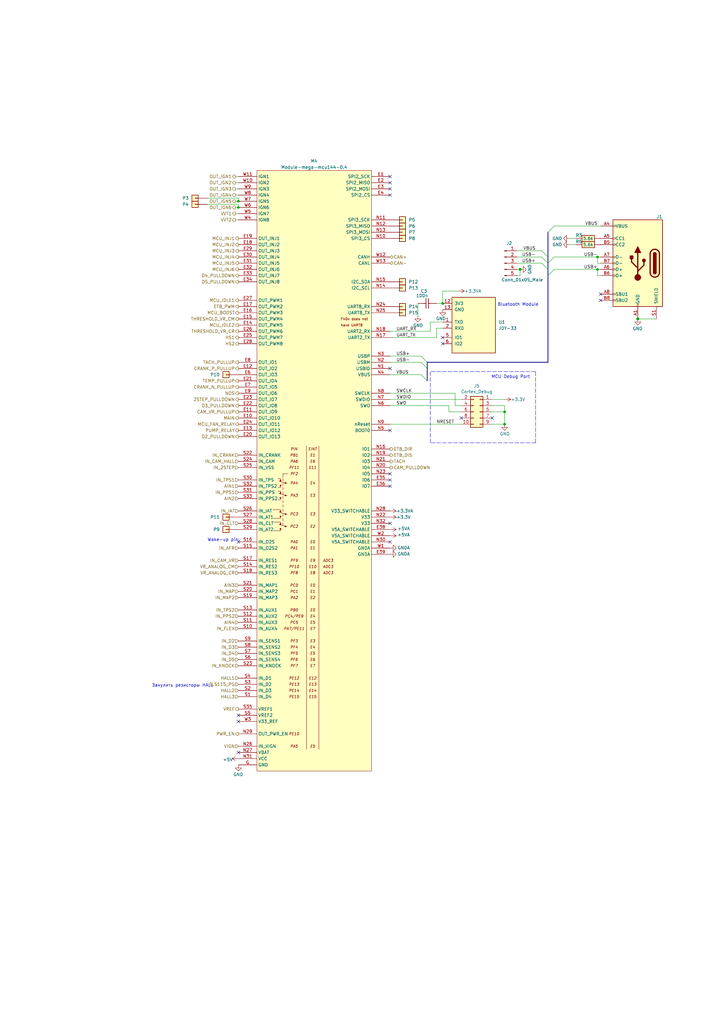
<source format=kicad_sch>
(kicad_sch (version 20230121) (generator eeschema)
  (paper "A3" portrait)
  (lib_symbols
    (symbol "Connector:Conn_01x05_Male" (pin_names (offset 1.016) hide)
      (property "Reference" "J" (at 0 7.62 0))
      (property "Value" "Conn_01x05_Male" (at 0 -7.62 0))
      (symbol "Conn_01x05_Male_1_1"
        (polyline (pts (xy 1.27 -5.08) (xy 0.8636 -5.08)) (stroke (width 0.1524)))
        (polyline (pts (xy 1.27 -2.54) (xy 0.8636 -2.54)) (stroke (width 0.1524)))
        (polyline (pts (xy 1.27 0) (xy 0.8636 0)) (stroke (width 0.1524)))
        (polyline (pts (xy 1.27 2.54) (xy 0.8636 2.54)) (stroke (width 0.1524)))
        (polyline (pts (xy 1.27 5.08) (xy 0.8636 5.08)) (stroke (width 0.1524)))
        (rectangle (start 0.8636 -4.953) (end 0 -5.207) (stroke (width 0.1524)) (fill (type outline)))
        (rectangle (start 0.8636 -2.413) (end 0 -2.667) (stroke (width 0.1524)) (fill (type outline)))
        (rectangle (start 0.8636 0.127) (end 0 -0.127) (stroke (width 0.1524)) (fill (type outline)))
        (rectangle (start 0.8636 2.667) (end 0 2.413) (stroke (width 0.1524)) (fill (type outline)))
        (rectangle (start 0.8636 5.207) (end 0 4.953) (stroke (width 0.1524)) (fill (type outline)))
        (pin passive line (at 5.08 5.08 180) (length 3.81) (name "Pin_1") (number "1"))
        (pin passive line (at 5.08 2.54 180) (length 3.81) (name "Pin_2") (number "2"))
        (pin passive line (at 5.08 0 180) (length 3.81) (name "Pin_3") (number "3"))
        (pin passive line (at 5.08 -2.54 180) (length 3.81) (name "Pin_4") (number "4"))
        (pin passive line (at 5.08 -5.08 180) (length 3.81) (name "Pin_5") (number "5"))
      )
    )
    (symbol "Connector:USB_C_Receptacle_USB2.0" (pin_names (offset 1.016))
      (property "Reference" "J" (at -10.16 19.05 0))
      (property "Value" "USB_C_Receptacle_USB2.0" (at 19.05 19.05 0))
      (symbol "USB_C_Receptacle_USB2.0_0_0"
        (rectangle (start -0.254 -17.78) (end 0.254 -16.764))
        (rectangle (start 10.16 -14.986) (end 9.144 -15.494))
        (rectangle (start 10.16 -12.446) (end 9.144 -12.954))
        (rectangle (start 10.16 -4.826) (end 9.144 -5.334))
        (rectangle (start 10.16 -2.286) (end 9.144 -2.794))
        (rectangle (start 10.16 0.254) (end 9.144 -0.254))
        (rectangle (start 10.16 2.794) (end 9.144 2.286))
        (rectangle (start 10.16 7.874) (end 9.144 7.366))
        (rectangle (start 10.16 10.414) (end 9.144 9.906))
        (rectangle (start 10.16 15.494) (end 9.144 14.986))
      )
      (symbol "USB_C_Receptacle_USB2.0_0_1"
        (rectangle (start -10.16 17.78) (end 10.16 -17.78) (stroke (width 0.254)) (fill (type background)))
        (arc (start -8.89 -3.81) (mid -6.985 -5.7067) (end -5.08 -3.81) (stroke (width 0.508)))
        (arc (start -7.62 -3.81) (mid -6.985 -4.4423) (end -6.35 -3.81) (stroke (width 0.254)))
        (arc (start -7.62 -3.81) (mid -6.985 -4.4423) (end -6.35 -3.81) (stroke (width 0.254)) (fill (type outline)))
        (rectangle (start -7.62 -3.81) (end -6.35 3.81) (stroke (width 0.254)) (fill (type outline)))
        (arc (start -6.35 3.81) (mid -6.985 4.4423) (end -7.62 3.81) (stroke (width 0.254)))
        (arc (start -6.35 3.81) (mid -6.985 4.4423) (end -7.62 3.81) (stroke (width 0.254)) (fill (type outline)))
        (arc (start -5.08 3.81) (mid -6.985 5.7067) (end -8.89 3.81) (stroke (width 0.508)))
        (circle (center -2.54 1.143) (radius 0.635) (stroke (width 0.254)) (fill (type outline)))
        (circle (center 0 -5.842) (radius 1.27) (fill (type outline)))
        (polyline (pts (xy -8.89 -3.81) (xy -8.89 3.81)) (stroke (width 0.508)))
        (polyline (pts (xy -5.08 3.81) (xy -5.08 -3.81)) (stroke (width 0.508)))
        (polyline (pts (xy 0 -5.842) (xy 0 4.318)) (stroke (width 0.508)))
        (polyline (pts (xy 0 -3.302) (xy -2.54 -0.762) (xy -2.54 0.508)) (stroke (width 0.508)))
        (polyline (pts (xy 0 -2.032) (xy 2.54 0.508) (xy 2.54 1.778)) (stroke (width 0.508)))
        (polyline (pts (xy -1.27 4.318) (xy 0 6.858) (xy 1.27 4.318) (xy -1.27 4.318)) (stroke (width 0.254)) (fill (type outline)))
        (rectangle (start 1.905 1.778) (end 3.175 3.048) (stroke (width 0.254)) (fill (type outline)))
      )
      (symbol "USB_C_Receptacle_USB2.0_1_1"
        (pin passive line (at 0 -22.86 90) (length 5.08) (name "GND") (number "A1"))
        (pin passive line (at 0 -22.86 90) (length 5.08) hide (name "GND") (number "A12"))
        (pin passive line (at 15.24 15.24 180) (length 5.08) (name "VBUS") (number "A4"))
        (pin bidirectional line (at 15.24 10.16 180) (length 5.08) (name "CC1") (number "A5"))
        (pin bidirectional line (at 15.24 -2.54 180) (length 5.08) (name "D+") (number "A6"))
        (pin bidirectional line (at 15.24 2.54 180) (length 5.08) (name "D-") (number "A7"))
        (pin bidirectional line (at 15.24 -12.7 180) (length 5.08) (name "SBU1") (number "A8"))
        (pin passive line (at 15.24 15.24 180) (length 5.08) hide (name "VBUS") (number "A9"))
        (pin passive line (at 0 -22.86 90) (length 5.08) hide (name "GND") (number "B1"))
        (pin passive line (at 0 -22.86 90) (length 5.08) hide (name "GND") (number "B12"))
        (pin passive line (at 15.24 15.24 180) (length 5.08) hide (name "VBUS") (number "B4"))
        (pin bidirectional line (at 15.24 7.62 180) (length 5.08) (name "CC2") (number "B5"))
        (pin bidirectional line (at 15.24 -5.08 180) (length 5.08) (name "D+") (number "B6"))
        (pin bidirectional line (at 15.24 0 180) (length 5.08) (name "D-") (number "B7"))
        (pin bidirectional line (at 15.24 -15.24 180) (length 5.08) (name "SBU2") (number "B8"))
        (pin passive line (at 15.24 15.24 180) (length 5.08) hide (name "VBUS") (number "B9"))
        (pin passive line (at -7.62 -22.86 90) (length 5.08) (name "SHIELD") (number "S1"))
      )
    )
    (symbol "Connector_Generic:Conn_02x05_Odd_Even" (pin_names (offset 1.016) hide)
      (property "Reference" "J" (at 1.27 7.62 0))
      (property "Value" "Conn_02x05_Odd_Even" (at 1.27 -7.62 0))
      (symbol "Conn_02x05_Odd_Even_1_1"
        (rectangle (start -1.27 -4.953) (end 0 -5.207) (stroke (width 0.1524)))
        (rectangle (start -1.27 -2.413) (end 0 -2.667) (stroke (width 0.1524)))
        (rectangle (start -1.27 0.127) (end 0 -0.127) (stroke (width 0.1524)))
        (rectangle (start -1.27 2.667) (end 0 2.413) (stroke (width 0.1524)))
        (rectangle (start -1.27 5.207) (end 0 4.953) (stroke (width 0.1524)))
        (rectangle (start -1.27 6.35) (end 3.81 -6.35) (stroke (width 0.254)) (fill (type background)))
        (rectangle (start 3.81 -4.953) (end 2.54 -5.207) (stroke (width 0.1524)))
        (rectangle (start 3.81 -2.413) (end 2.54 -2.667) (stroke (width 0.1524)))
        (rectangle (start 3.81 0.127) (end 2.54 -0.127) (stroke (width 0.1524)))
        (rectangle (start 3.81 2.667) (end 2.54 2.413) (stroke (width 0.1524)))
        (rectangle (start 3.81 5.207) (end 2.54 4.953) (stroke (width 0.1524)))
        (pin passive line (at -5.08 5.08 0) (length 3.81) (name "Pin_1") (number "1"))
        (pin passive line (at 7.62 -5.08 180) (length 3.81) (name "Pin_10") (number "10"))
        (pin passive line (at 7.62 5.08 180) (length 3.81) (name "Pin_2") (number "2"))
        (pin passive line (at -5.08 2.54 0) (length 3.81) (name "Pin_3") (number "3"))
        (pin passive line (at 7.62 2.54 180) (length 3.81) (name "Pin_4") (number "4"))
        (pin passive line (at -5.08 0 0) (length 3.81) (name "Pin_5") (number "5"))
        (pin passive line (at 7.62 0 180) (length 3.81) (name "Pin_6") (number "6"))
        (pin passive line (at -5.08 -2.54 0) (length 3.81) (name "Pin_7") (number "7"))
        (pin passive line (at 7.62 -2.54 180) (length 3.81) (name "Pin_8") (number "8"))
        (pin passive line (at -5.08 -5.08 0) (length 3.81) (name "Pin_9") (number "9"))
      )
    )
    (symbol "JDY-33:JDY-33" (pin_names (offset 1.016))
      (property "Reference" "U" (at -15.24 31.115 0))
      (property "Value" "JDY-33" (at -15.24 -30.48 0))
      (symbol "JDY-33_0_1"
        (rectangle (start 0 11.938) (end 17.78 -10.922) (stroke (width 0.254)) (fill (type background)))
      )
      (symbol "JDY-33_1_1"
        (pin output line (at -3.81 1.778 0) (length 3.81) (name "TXD") (number "1"))
        (pin power_in line (at -3.81 9.398 0) (length 3.81) (name "3V3") (number "12"))
        (pin power_in line (at -3.81 6.858 0) (length 3.81) (name "GND") (number "13"))
        (pin input line (at -3.81 -0.762 0) (length 3.81) (name "RXD") (number "2"))
        (pin passive line (at -3.81 -4.572 0) (length 3.81) (name "IO1") (number "5"))
        (pin passive line (at -3.81 -7.112 0) (length 3.81) (name "IO2") (number "6"))
      )
    )
    (symbol "hellen-one-common:Cap" (pin_numbers hide)
      (property "Reference" "C" (at -3.81 2.54 0))
      (property "Value" "Cap" (at -2.54 -1.27 0))
      (symbol "Cap_1_0"
        (polyline (pts (xy -1.27 0) (xy -0.508 0)) (stroke (width 0.254)))
        (polyline (pts (xy -0.508 -2.032) (xy -0.508 2.032)) (stroke (width 0.254)))
        (polyline (pts (xy 0.508 2.032) (xy 0.508 -2.032)) (stroke (width 0.254)))
        (polyline (pts (xy 1.27 0) (xy 0.508 0)) (stroke (width 0.254)))
        (pin passive line (at -3.81 0 0) (length 2.54) (name "") (number "1"))
        (pin passive line (at 3.81 0 180) (length 2.54) (name "") (number "2"))
      )
    )
    (symbol "hellen-one-common:Pad" (pin_numbers hide) (pin_names (offset 1.016) hide)
      (property "Reference" "P" (at 2.54 0 0))
      (symbol "Pad_1_1"
        (rectangle (start -1.27 0.127) (end 0 -0.127) (stroke (width 0.1524)))
        (rectangle (start -1.27 1.27) (end 1.27 -1.27) (stroke (width 0.254)) (fill (type background)))
        (pin passive line (at -5.08 0 0) (length 3.81) (name "Pin_1") (number "1"))
      )
    )
    (symbol "hellen-one-common:Res" (pin_numbers hide)
      (property "Reference" "R" (at 3.81 2.54 0))
      (property "Value" "Res" (at 5.08 -2.54 0))
      (symbol "Res_1_0"
        (rectangle (start 2.54 -1.27) (end 7.62 1.27) (stroke (width 0.254)) (fill (type background)))
        (pin passive line (at 0 0 0) (length 2.54) (name "") (number "1"))
        (pin passive line (at 10.16 0 180) (length 2.54) (name "") (number "2"))
      )
    )
    (symbol "hellen-one-mega-mcu144-0.4:Module-mega-mcu144-0.4"
      (property "Reference" "M1000" (at 7.62 2.54 0))
      (property "Value" "Module-mega-mcu144-0.4" (at 7.62 -246.38 0))
      (symbol "Module-mega-mcu144-0.4_0_1"
        (polyline (pts (xy 16.764 -142.748) (xy 19.304 -143.51)))
        (polyline (pts (xy 16.764 -137.668) (xy 19.304 -138.43)))
        (polyline (pts (xy 16.764 -130.048) (xy 19.304 -130.81)))
        (polyline (pts (xy 16.764 -124.968) (xy 19.304 -125.73)))
        (polyline (pts (xy 18.288 -143.002) (xy 18.288 -141.986)))
        (polyline (pts (xy 18.288 -141.224) (xy 18.288 -140.208)))
        (polyline (pts (xy 18.288 -139.446) (xy 18.288 -138.43)))
        (polyline (pts (xy 18.288 -137.414) (xy 18.288 -136.398)))
        (polyline (pts (xy 18.288 -135.636) (xy 18.288 -134.62)))
        (polyline (pts (xy 18.288 -133.858) (xy 18.288 -132.842)))
        (polyline (pts (xy 18.288 -132.08) (xy 18.288 -131.064)))
        (polyline (pts (xy 18.288 -130.302) (xy 18.288 -129.286)))
        (polyline (pts (xy 18.288 -128.524) (xy 18.288 -127.508)))
        (polyline (pts (xy 18.288 -126.746) (xy 18.288 -125.73)))
        (polyline (pts (xy 18.288 -124.968) (xy 18.288 -123.952)))
        (polyline (pts (xy 18.288 -123.444) (xy 18.288 -121.92)))
        (polyline (pts (xy 18.288 -121.92) (xy 20.32 -121.92)))
        (polyline (pts (xy 19.304 -143.51) (xy 20.066 -143.51)))
        (polyline (pts (xy 19.304 -138.43) (xy 20.066 -138.43)))
        (polyline (pts (xy 19.304 -130.81) (xy 20.066 -130.81)))
        (polyline (pts (xy 19.304 -125.73) (xy 20.066 -125.73)))
        (polyline (pts (xy 17.272 -144.526) (xy 17.272 -145.288) (xy 14.478 -145.288)))
        (polyline (pts (xy 17.272 -142.494) (xy 17.272 -141.732) (xy 14.478 -141.732)))
        (polyline (pts (xy 17.272 -139.446) (xy 17.272 -140.208) (xy 14.478 -140.208)))
        (polyline (pts (xy 17.272 -137.414) (xy 17.272 -136.652) (xy 14.224 -136.652)))
        (polyline (pts (xy 17.272 -131.826) (xy 17.272 -132.588) (xy 16.256 -132.588)))
        (polyline (pts (xy 17.272 -129.794) (xy 17.272 -129.032) (xy 16.256 -129.032)))
        (polyline (pts (xy 17.272 -126.746) (xy 17.272 -127.508) (xy 16.256 -127.508)))
        (polyline (pts (xy 17.272 -124.714) (xy 17.272 -123.952) (xy 16.256 -123.952)))
        (circle (center 17.272 -144.526) (radius 0.254) (fill (type outline)))
        (circle (center 17.272 -142.494) (radius 0.254) (fill (type outline)))
        (circle (center 17.272 -139.446) (radius 0.254) (fill (type outline)))
        (circle (center 17.272 -137.414) (radius 0.254) (fill (type outline)))
        (circle (center 17.272 -131.826) (radius 0.254) (fill (type outline)))
        (circle (center 17.272 -129.794) (radius 0.254) (fill (type outline)))
        (circle (center 17.272 -126.746) (radius 0.254) (fill (type outline)))
        (circle (center 17.272 -124.714) (radius 0.254) (fill (type outline)))
        (circle (center 19.304 -143.51) (radius 0.254) (fill (type outline)))
        (circle (center 19.304 -138.43) (radius 0.254) (fill (type outline)))
        (circle (center 19.304 -130.81) (radius 0.254) (fill (type outline)))
        (circle (center 19.304 -125.73) (radius 0.254) (fill (type outline)))
      )
      (symbol "Module-mega-mcu144-0.4_1_0"
        (polyline (pts (xy 27.94 -110.49) (xy 27.94 -234.95)))
        (polyline (pts (xy 33.02 -110.49) (xy 33.02 -234.95)))
        (rectangle (start 7.62 2.54) (end 54.61 -243.84) (fill (type background)))
        (text "ADC3" (at 36.83 -162.56 0) (effects (font (size 1.1 1.1) italic)))
        (text "ADC3" (at 36.83 -160.02 0) (effects (font (size 1.1 1.1) italic)))
        (text "ADC3" (at 36.83 -157.48 0) (effects (font (size 1.1 1.1) italic)))
        (text "E0" (at 30.48 -177.8 0) (effects (font (size 1.1 1.1) italic)))
        (text "E0" (at 30.48 -167.64 0) (effects (font (size 1.1 1.1) italic)))
        (text "E0" (at 30.48 -149.86 0) (effects (font (size 1.1 1.1) italic)))
        (text "E1" (at 30.48 -170.18 0) (effects (font (size 1.1 1.1) italic)))
        (text "E1" (at 30.48 -152.4 0) (effects (font (size 1.1 1.1) italic)))
        (text "E1" (at 30.48 -114.3 0) (effects (font (size 1.1 1.1) italic)))
        (text "E10" (at 30.48 -160.02 0) (effects (font (size 1.1 1.1) italic)))
        (text "E11" (at 30.48 -119.38 0) (effects (font (size 1.1 1.1) italic)))
        (text "E12" (at 30.48 -205.74 0) (effects (font (size 1.1 1.1) italic)))
        (text "E13" (at 30.48 -208.28 0) (effects (font (size 1.1 1.1) italic)))
        (text "E14" (at 30.48 -210.82 0) (effects (font (size 1.1 1.1) italic)))
        (text "E15" (at 30.48 -213.36 0) (effects (font (size 1.1 1.1) italic)))
        (text "E2" (at 30.48 -172.72 0) (effects (font (size 1.1 1.1) italic)))
        (text "E2" (at 30.48 -143.51 0) (effects (font (size 1.1 1.1) italic)))
        (text "E3" (at 30.48 -190.5 0) (effects (font (size 1.1 1.1) italic)))
        (text "E3" (at 30.48 -138.43 0) (effects (font (size 1.1 1.1) italic)))
        (text "E3" (at 30.48 -130.81 0) (effects (font (size 1.1 1.1) italic)))
        (text "E4" (at 30.48 -193.04 0) (effects (font (size 1.1 1.1) italic)))
        (text "E4" (at 30.48 -180.34 0) (effects (font (size 1.1 1.1) italic)))
        (text "E4" (at 30.48 -125.73 0) (effects (font (size 1.1 1.1) italic)))
        (text "E5" (at 30.48 -233.68 0) (effects (font (size 1.1 1.1) italic)))
        (text "E5" (at 30.48 -195.58 0) (effects (font (size 1.1 1.1) italic)))
        (text "E5" (at 30.48 -182.88 0) (effects (font (size 1.1 1.1) italic)))
        (text "E6" (at 30.48 -198.12 0) (effects (font (size 1.1 1.1) italic)))
        (text "E6" (at 30.48 -116.84 0) (effects (font (size 1.1 1.1) italic)))
        (text "E7" (at 30.48 -200.66 0) (effects (font (size 1.1 1.1) italic)))
        (text "E7" (at 30.48 -185.42 0) (effects (font (size 1.1 1.1) italic)))
        (text "E8" (at 30.48 -162.56 0) (effects (font (size 1.1 1.1) italic)))
        (text "E9" (at 30.48 -157.48 0) (effects (font (size 1.1 1.1) italic)))
        (text "EINT" (at 30.48 -111.76 0) (effects (font (size 1.1 1.1) italic)))
        (text "F40x does not" (at 41.91 -58.42 0) (effects (font (size 1.016 1.016)) (justify left)))
        (text "have UART8" (at 41.91 -60.96 0) (effects (font (size 1.016 1.016)) (justify left)))
        (text "PA0" (at 22.86 -149.86 0) (effects (font (size 1.1 1.1) italic)))
        (text "PA1" (at 22.86 -152.4 0) (effects (font (size 1.1 1.1) italic)))
        (text "PA2" (at 22.86 -172.72 0) (effects (font (size 1.1 1.1) italic)))
        (text "PA3" (at 22.86 -130.81 0) (effects (font (size 1.1 1.1) italic)))
        (text "PA4" (at 22.86 -125.73 0) (effects (font (size 1.1 1.1) italic)))
        (text "PA5" (at 22.86 -233.68 0) (effects (font (size 1.1 1.1) italic)))
        (text "PA6" (at 22.86 -116.84 0) (effects (font (size 1.1 1.1) italic)))
        (text "PA7/PE11" (at 22.86 -185.42 0) (effects (font (size 1.1 1.1) italic)))
        (text "PB0" (at 22.86 -177.8 0) (effects (font (size 1.1 1.1) italic)))
        (text "PB1" (at 22.86 -114.3 0) (effects (font (size 1.1 1.1) italic)))
        (text "PC0" (at 22.86 -167.64 0) (effects (font (size 1.1 1.1) italic)))
        (text "PC1" (at 22.86 -170.18 0) (effects (font (size 1.1 1.1) italic)))
        (text "PC2" (at 22.86 -143.51 0) (effects (font (size 1.1 1.1) italic)))
        (text "PC3" (at 22.86 -138.43 0) (effects (font (size 1.1 1.1) italic)))
        (text "PC4/PE9" (at 22.86 -180.34 0) (effects (font (size 1.1 1.1) italic)))
        (text "PC5" (at 22.86 -182.88 0) (effects (font (size 1.1 1.1) italic)))
        (text "PE10" (at 22.86 -228.6 0) (effects (font (size 1.1 1.1) italic)))
        (text "PE12" (at 22.86 -205.74 0) (effects (font (size 1.1 1.1) italic)))
        (text "PE13" (at 22.86 -208.28 0) (effects (font (size 1.1 1.1) italic)))
        (text "PE14" (at 22.86 -210.82 0) (effects (font (size 1.1 1.1) italic)))
        (text "PE15" (at 22.86 -213.36 0) (effects (font (size 1.1 1.1) italic)))
        (text "PF10" (at 22.86 -160.02 0) (effects (font (size 1.1 1.1) italic)))
        (text "PF11" (at 22.86 -119.38 0) (effects (font (size 1.1 1.1) italic)))
        (text "PF2" (at 22.86 -121.92 0) (effects (font (size 1.1 1.1) italic)))
        (text "PF3" (at 22.86 -190.5 0) (effects (font (size 1.1 1.1) italic)))
        (text "PF4" (at 22.86 -193.04 0) (effects (font (size 1.1 1.1) italic)))
        (text "PF5" (at 22.86 -195.58 0) (effects (font (size 1.1 1.1) italic)))
        (text "PF6" (at 22.86 -198.12 0) (effects (font (size 1.1 1.1) italic)))
        (text "PF7" (at 22.86 -200.66 0) (effects (font (size 1.1 1.1) italic)))
        (text "PF8" (at 22.86 -162.56 0) (effects (font (size 1.1 1.1) italic)))
        (text "PF9" (at 22.86 -157.48 0) (effects (font (size 1.1 1.1) italic)))
        (text "PIN" (at 22.86 -111.76 0) (effects (font (size 1.1 1.1) italic)))
        (pin passive line (at 62.23 0 180) (length 7.62) (name "SPI2_SCK") (number "E1"))
        (pin passive line (at 0 -99.06 0) (length 7.62) (name "OUT_IO10") (number "E10"))
        (pin passive line (at 0 -96.52 0) (length 7.62) (name "OUT_IO9") (number "E11"))
        (pin passive line (at 0 -78.74 0) (length 7.62) (name "OUT_IO2") (number "E12"))
        (pin passive line (at 0 -104.14 0) (length 7.62) (name "OUT_IO12") (number "E13"))
        (pin passive line (at 0 -60.96 0) (length 7.62) (name "OUT_PWM5") (number "E14"))
        (pin passive line (at 0 -58.42 0) (length 7.62) (name "OUT_PWM4") (number "E15"))
        (pin passive line (at 0 -55.88 0) (length 7.62) (name "OUT_PWM3") (number "E16"))
        (pin passive line (at 0 -53.34 0) (length 7.62) (name "OUT_PWM2") (number "E17"))
        (pin passive line (at 0 -27.94 0) (length 7.62) (name "OUT_INJ2") (number "E18"))
        (pin passive line (at 0 -25.4 0) (length 7.62) (name "OUT_INJ1") (number "E19"))
        (pin passive line (at 62.23 -2.54 180) (length 7.62) (name "SPI2_MISO") (number "E2"))
        (pin passive line (at 0 -106.68 0) (length 7.62) (name "OUT_IO13") (number "E20"))
        (pin passive line (at 0 -83.82 0) (length 7.62) (name "OUT_IO4") (number "E21"))
        (pin passive line (at 0 -93.98 0) (length 7.62) (name "OUT_IO8") (number "E22"))
        (pin passive line (at 0 -91.44 0) (length 7.62) (name "OUT_IO7") (number "E23"))
        (pin passive line (at 0 -101.6 0) (length 7.62) (name "OUT_IO11") (number "E24"))
        (pin passive line (at 0 -66.04 0) (length 7.62) (name "OUT_PWM7") (number "E25"))
        (pin passive line (at 0 -63.5 0) (length 7.62) (name "OUT_PWM6") (number "E26"))
        (pin passive line (at 0 -50.8 0) (length 7.62) (name "OUT_PWM1") (number "E27"))
        (pin passive line (at 0 -68.58 0) (length 7.62) (name "OUT_PWM8") (number "E28"))
        (pin passive line (at 0 -30.48 0) (length 7.62) (name "OUT_INJ3") (number "E29"))
        (pin passive line (at 62.23 -5.08 180) (length 7.62) (name "SPI2_MOSI") (number "E3"))
        (pin passive line (at 0 -33.02 0) (length 7.62) (name "OUT_INJ4") (number "E30"))
        (pin passive line (at 0 -35.56 0) (length 7.62) (name "OUT_INJ5") (number "E31"))
        (pin passive line (at 0 -38.1 0) (length 7.62) (name "OUT_INJ6") (number "E32"))
        (pin passive line (at 0 -40.64 0) (length 7.62) (name "OUT_INJ7") (number "E33"))
        (pin passive line (at 0 -43.18 0) (length 7.62) (name "OUT_INJ8") (number "E34"))
        (pin passive line (at 62.23 -124.46 180) (length 7.62) (name "IO6") (number "E35"))
        (pin passive line (at 62.23 -127 180) (length 7.62) (name "IO7") (number "E36"))
        (pin passive line (at 62.23 -144.78 180) (length 7.62) (name "V5A_SWITCHABLE") (number "E38"))
        (pin passive line (at 62.23 -154.94 180) (length 7.62) (name "GNDA") (number "E39"))
        (pin passive line (at 62.23 -7.62 180) (length 7.62) (name "SPI2_CS") (number "E4"))
        (pin passive line (at 0 -81.28 0) (length 7.62) (name "OUT_IO3") (number "E6"))
        (pin passive line (at 0 -86.36 0) (length 7.62) (name "OUT_IO5") (number "E7"))
        (pin passive line (at 0 -76.2 0) (length 7.62) (name "OUT_IO1") (number "E8"))
        (pin passive line (at 0 -88.9 0) (length 7.62) (name "OUT_IO6") (number "E9"))
        (pin passive line (at 0 -241.3 0) (length 7.62) (name "GND") (number "G"))
        (pin passive line (at 62.23 -78.74 180) (length 7.62) (name "USBID") (number "N1"))
        (pin passive line (at 62.23 -25.4 180) (length 7.62) (name "SPI3_CS") (number "N10"))
        (pin passive line (at 62.23 -17.78 180) (length 7.62) (name "SPI3_SCK") (number "N11"))
        (pin passive line (at 62.23 -20.32 180) (length 7.62) (name "SPI3_MISO") (number "N12"))
        (pin passive line (at 62.23 -22.86 180) (length 7.62) (name "SPI3_MOSI") (number "N13"))
        (pin passive line (at 62.23 -45.72 180) (length 7.62) (name "I2C_SCL") (number "N14"))
        (pin passive line (at 62.23 -43.18 180) (length 7.62) (name "I2C_SDA") (number "N15"))
        (pin passive line (at 62.23 -111.76 180) (length 7.62) (name "IO1") (number "N16"))
        (pin passive line (at 62.23 -66.04 180) (length 7.62) (name "UART2_TX") (number "N17"))
        (pin passive line (at 62.23 -63.5 180) (length 7.62) (name "UART2_RX") (number "N18"))
        (pin passive line (at 62.23 -114.3 180) (length 7.62) (name "IO2") (number "N19"))
        (pin passive line (at 62.23 -76.2 180) (length 7.62) (name "USBM") (number "N2"))
        (pin passive line (at 62.23 -119.38 180) (length 7.62) (name "IO4") (number "N20"))
        (pin passive line (at 62.23 -116.84 180) (length 7.62) (name "IO3") (number "N21"))
        (pin passive line (at 62.23 -139.7 180) (length 7.62) (name "V33") (number "N22"))
        (pin passive line (at 62.23 -121.92 180) (length 7.62) (name "IO5") (number "N23"))
        (pin passive line (at 62.23 -53.34 180) (length 7.62) (name "UART8_RX") (number "N24"))
        (pin passive line (at 62.23 -55.88 180) (length 7.62) (name "UART8_TX") (number "N25"))
        (pin passive line (at 0 -233.68 0) (length 7.62) (name "IN_VIGN") (number "N26"))
        (pin passive line (at 0 -236.22 0) (length 7.62) (name "VBAT") (number "N27"))
        (pin passive line (at 62.23 -137.16 180) (length 7.62) (name "V33_SWITCHABLE") (number "N28"))
        (pin passive line (at 0 -228.6 0) (length 7.62) (name "OUT_PWR_EN") (number "N29"))
        (pin passive line (at 62.23 -73.66 180) (length 7.62) (name "USBP") (number "N3"))
        (pin passive line (at 62.23 -149.86 180) (length 7.62) (name "V5A_SWITCHABLE") (number "N30"))
        (pin passive line (at 0 -238.76 0) (length 7.62) (name "VCC") (number "N31"))
        (pin passive line (at 62.23 -142.24 180) (length 7.62) (name "V33") (number "N32"))
        (pin passive line (at 62.23 -81.28 180) (length 7.62) (name "VBUS") (number "N4"))
        (pin passive line (at 62.23 -104.14 180) (length 7.62) (name "BOOT0") (number "N5"))
        (pin passive line (at 62.23 -93.98 180) (length 7.62) (name "SWO") (number "N6"))
        (pin passive line (at 62.23 -91.44 180) (length 7.62) (name "SWDIO") (number "N7"))
        (pin passive line (at 62.23 -88.9 180) (length 7.62) (name "SWCLK") (number "N8"))
        (pin passive line (at 62.23 -101.6 180) (length 7.62) (name "nReset") (number "N9"))
        (pin passive line (at 0 -213.36 0) (length 7.62) (name "IN_D4") (number "S1"))
        (pin passive line (at 0 -185.42 0) (length 7.62) (name "IN_AUX4") (number "S10"))
        (pin passive line (at 0 -182.88 0) (length 7.62) (name "IN_AUX3") (number "S11"))
        (pin passive line (at 0 -180.34 0) (length 7.62) (name "IN_AUX2") (number "S12"))
        (pin passive line (at 0 -177.8 0) (length 7.62) (name "IN_AUX1") (number "S13"))
        (pin passive line (at 0 -160.02 0) (length 7.62) (name "IN_RES2") (number "S14"))
        (pin passive line (at 0 -152.4 0) (length 7.62) (name "IN_O2S2") (number "S15"))
        (pin passive line (at 0 -149.86 0) (length 7.62) (name "IN_O2S") (number "S16"))
        (pin passive line (at 0 -157.48 0) (length 7.62) (name "IN_RES1") (number "S17"))
        (pin passive line (at 0 -162.56 0) (length 7.62) (name "IN_RES3") (number "S18"))
        (pin passive line (at 0 -172.72 0) (length 7.62) (name "IN_MAP3") (number "S19"))
        (pin passive line (at 0 -210.82 0) (length 7.62) (name "IN_D3") (number "S2"))
        (pin passive line (at 0 -170.18 0) (length 7.62) (name "IN_MAP2") (number "S20"))
        (pin passive line (at 0 -167.64 0) (length 7.62) (name "IN_MAP1") (number "S21"))
        (pin passive line (at 0 -114.3 0) (length 7.62) (name "IN_CRANK") (number "S22"))
        (pin passive line (at 0 -200.66 0) (length 7.62) (name "IN_KNOCK") (number "S23"))
        (pin passive line (at 0 -116.84 0) (length 7.62) (name "IN_CAM") (number "S24"))
        (pin passive line (at 0 -119.38 0) (length 7.62) (name "IN_VSS") (number "S25"))
        (pin passive line (at 0 -137.16 0) (length 7.62) (name "IN_IAT") (number "S26"))
        (pin passive line (at 0 -139.7 0) (length 7.62) (name "IN_AT1") (number "S27"))
        (pin passive line (at 0 -142.24 0) (length 7.62) (name "IN_CLT") (number "S28"))
        (pin passive line (at 0 -144.78 0) (length 7.62) (name "IN_AT2") (number "S29"))
        (pin passive line (at 0 -208.28 0) (length 7.62) (name "IN_D2") (number "S3"))
        (pin passive line (at 0 -124.46 0) (length 7.62) (name "IN_TPS") (number "S30"))
        (pin passive line (at 0 -129.54 0) (length 7.62) (name "IN_PPS") (number "S31"))
        (pin passive line (at 0 -127 0) (length 7.62) (name "IN_TPS2") (number "S32"))
        (pin passive line (at 0 -132.08 0) (length 7.62) (name "IN_PPS2") (number "S33"))
        (pin passive line (at 0 -218.44 0) (length 7.62) (name "VREF1") (number "S35"))
        (pin passive line (at 0 -205.74 0) (length 7.62) (name "IN_D1") (number "S4"))
        (pin passive line (at 0 -220.98 0) (length 7.62) (name "VREF2") (number "S5"))
        (pin passive line (at 0 -198.12 0) (length 7.62) (name "IN_SENS4") (number "S6"))
        (pin passive line (at 0 -195.58 0) (length 7.62) (name "IN_SENS3") (number "S7"))
        (pin passive line (at 0 -193.04 0) (length 7.62) (name "IN_SENS2") (number "S8"))
        (pin passive line (at 0 -190.5 0) (length 7.62) (name "IN_SENS1") (number "S9"))
        (pin passive line (at 62.23 -152.4 180) (length 7.62) (name "GNDA") (number "W1"))
        (pin passive line (at 0 -2.54 0) (length 7.62) (name "IGN2") (number "W10"))
        (pin passive line (at 0 0 0) (length 7.62) (name "IGN1") (number "W11"))
        (pin passive line (at 62.23 -33.02 180) (length 7.62) (name "CANH") (number "W12"))
        (pin passive line (at 62.23 -35.56 180) (length 7.62) (name "CANL") (number "W13"))
        (pin passive line (at 62.23 -147.32 180) (length 7.62) (name "V5A_SWITCHABLE") (number "W2"))
        (pin passive line (at 0 -223.52 0) (length 7.62) (name "V33_REF") (number "W3"))
        (pin passive line (at 0 -17.78 0) (length 7.62) (name "IGN8") (number "W4"))
        (pin passive line (at 0 -15.24 0) (length 7.62) (name "IGN7") (number "W5"))
        (pin passive line (at 0 -12.7 0) (length 7.62) (name "IGN6") (number "W6"))
        (pin passive line (at 0 -10.16 0) (length 7.62) (name "IGN5") (number "W7"))
        (pin passive line (at 0 -7.62 0) (length 7.62) (name "IGN4") (number "W8"))
        (pin passive line (at 0 -5.08 0) (length 7.62) (name "IGN3") (number "W9"))
      )
    )
    (symbol "power:+3.3V" (power) (pin_names (offset 0))
      (property "Value" "+3.3V" (at 0 3.556 0))
      (symbol "+3.3V_0_1"
        (polyline (pts (xy -0.762 1.27) (xy 0 2.54)))
        (polyline (pts (xy 0 0) (xy 0 2.54)))
        (polyline (pts (xy 0 2.54) (xy 0.762 1.27)))
      )
      (symbol "+3.3V_1_1"
        (pin power_in line (at 0 0 90) (length 0) hide (name "+3.3V") (number "1"))
      )
    )
    (symbol "power:+3.3VA" (power) (pin_names (offset 0))
      (property "Value" "+3.3VA" (at 0 3.556 0))
      (symbol "+3.3VA_0_1"
        (polyline (pts (xy -0.762 1.27) (xy 0 2.54)))
        (polyline (pts (xy 0 0) (xy 0 2.54)))
        (polyline (pts (xy 0 2.54) (xy 0.762 1.27)))
      )
      (symbol "+3.3VA_1_1"
        (pin power_in line (at 0 0 90) (length 0) hide (name "+3.3VA") (number "1"))
      )
    )
    (symbol "power:+5V" (power) (pin_names (offset 0))
      (property "Value" "+5V" (at 0 3.556 0))
      (symbol "+5V_0_1"
        (polyline (pts (xy -0.762 1.27) (xy 0 2.54)))
        (polyline (pts (xy 0 0) (xy 0 2.54)))
        (polyline (pts (xy 0 2.54) (xy 0.762 1.27)))
      )
      (symbol "+5V_1_1"
        (pin power_in line (at 0 0 90) (length 0) hide (name "+5V") (number "1"))
      )
    )
    (symbol "power:+5VA" (power) (pin_names (offset 0))
      (property "Value" "+5VA" (at 0 3.556 0))
      (symbol "+5VA_0_1"
        (polyline (pts (xy -0.762 1.27) (xy 0 2.54)))
        (polyline (pts (xy 0 0) (xy 0 2.54)))
        (polyline (pts (xy 0 2.54) (xy 0.762 1.27)))
      )
      (symbol "+5VA_1_1"
        (pin power_in line (at 0 0 90) (length 0) hide (name "+5VA") (number "1"))
      )
    )
    (symbol "power:GND" (power) (pin_names (offset 0))
      (property "Value" "GND" (at 0 -3.81 0))
      (symbol "GND_0_1"
        (polyline (pts (xy 0 0) (xy 0 -1.27) (xy 1.27 -1.27) (xy 0 -2.54) (xy -1.27 -1.27) (xy 0 -1.27)))
      )
      (symbol "GND_1_1"
        (pin power_in line (at 0 0 270) (length 0) hide (name "GND") (number "1"))
      )
    )
    (symbol "power:GNDA" (power) (pin_names (offset 0))
      (property "Value" "GNDA" (at 0 -3.81 0))
      (symbol "GNDA_0_1"
        (polyline (pts (xy 0 0) (xy 0 -1.27) (xy 1.27 -1.27) (xy 0 -2.54) (xy -1.27 -1.27) (xy 0 -1.27)))
      )
      (symbol "GNDA_1_1"
        (pin power_in line (at 0 0 270) (length 0) hide (name "GNDA") (number "1"))
      )
    )
  )
  (junction (at 207.01 173.99))
  (junction (at 97.79 85.09))
  (junction (at 97.79 82.55))
  (junction (at 261.62 130.81) (diameter 1.016))
  (junction (at 245.11 110.49))
  (junction (at 213.36 110.49) (diameter 1.016))
  (junction (at 245.11 105.41))
  (junction (at 207.01 168.91))
  (junction (at 181.61 124.46))
  (no_connect (at 97.79 222.25))
  (no_connect (at 160.02 80.01))
  (no_connect (at 246.38 123.19))
  (no_connect (at 160.02 74.93))
  (no_connect (at 160.02 151.13))
  (no_connect (at 160.02 222.25))
  (no_connect (at 160.02 72.39))
  (no_connect (at 160.02 214.63))
  (no_connect (at 160.02 199.39))
  (no_connect (at 160.02 77.47))
  (no_connect (at 189.23 171.45))
  (no_connect (at 181.61 138.43))
  (no_connect (at 201.93 171.45))
  (no_connect (at 181.61 140.97))
  (no_connect (at 160.02 176.53))
  (no_connect (at 97.79 293.37))
  (no_connect (at 160.02 194.31))
  (no_connect (at 97.79 308.61))
  (no_connect (at 97.79 295.91))
  (no_connect (at 160.02 196.85))
  (no_connect (at 246.38 120.65))
  (bus_entry (at 222.25 105.41) (size 2.54 2.54))
  (bus_entry (at 227.33 110.49) (size -2.54 2.54) (stroke (width 0.1524)))
  (bus_entry (at 222.25 107.95) (size 2.54 2.54))
  (bus_entry (at 172.72 148.59) (size 2.54 2.54) (stroke (width 0.1524)))
  (bus_entry (at 222.25 102.87) (size 2.54 2.54))
  (bus_entry (at 172.72 153.67) (size 2.54 2.54) (stroke (width 0.1524)))
  (bus_entry (at 227.33 105.41) (size -2.54 2.54) (stroke (width 0.1524)))
  (bus_entry (at 172.72 146.05) (size 2.54 2.54) (stroke (width 0.1524)))
  (bus_entry (at 227.33 92.71) (size -2.54 2.54) (stroke (width 0.1524)))
  (bus (pts (xy 224.79 105.41) (xy 224.79 107.95)))
  (wire (pts (xy 181.61 119.38) (xy 181.61 124.46)))
  (bus (pts (xy 175.26 151.13) (xy 175.26 156.21)))
  (wire (pts (xy 176.53 135.89) (xy 176.53 132.08)))
  (wire (pts (xy 96.52 77.47) (xy 97.79 77.47)))
  (wire (pts (xy 96.52 87.63) (xy 97.79 87.63)))
  (wire (pts (xy 233.68 100.33) (xy 236.22 100.33)))
  (wire (pts (xy 179.07 124.46) (xy 181.61 124.46)))
  (wire (pts (xy 213.36 113.03) (xy 213.36 110.49)))
  (wire (pts (xy 160.02 138.43) (xy 179.07 138.43)))
  (wire (pts (xy 160.02 161.29) (xy 186.69 161.29)))
  (wire (pts (xy 160.02 163.83) (xy 189.23 163.83)))
  (wire (pts (xy 96.52 82.55) (xy 97.79 82.55)))
  (wire (pts (xy 246.38 110.49) (xy 245.11 110.49)))
  (wire (pts (xy 96.52 90.17) (xy 97.79 90.17)))
  (wire (pts (xy 233.68 97.79) (xy 236.22 97.79)))
  (wire (pts (xy 160.02 146.05) (xy 172.72 146.05)))
  (wire (pts (xy 189.23 166.37) (xy 186.69 166.37)))
  (wire (pts (xy 160.02 153.67) (xy 172.72 153.67)))
  (wire (pts (xy 160.02 135.89) (xy 176.53 135.89)))
  (wire (pts (xy 207.01 168.91) (xy 207.01 173.99)))
  (wire (pts (xy 96.52 72.39) (xy 97.79 72.39)))
  (wire (pts (xy 160.02 166.37) (xy 184.15 166.37)))
  (wire (pts (xy 189.23 168.91) (xy 184.15 168.91)))
  (wire (pts (xy 245.11 107.95) (xy 245.11 105.41)))
  (wire (pts (xy 207.01 163.83) (xy 201.93 163.83)))
  (wire (pts (xy 222.25 107.95) (xy 212.09 107.95)))
  (wire (pts (xy 207.01 173.99) (xy 201.93 173.99)))
  (polyline (pts (xy 176.53 181.61) (xy 176.53 152.4)) (stroke (width 0) (type dash)))
  (wire (pts (xy 96.52 85.09) (xy 97.79 85.09)))
  (wire (pts (xy 201.93 166.37) (xy 207.01 166.37)))
  (wire (pts (xy 245.11 113.03) (xy 245.11 110.49)))
  (wire (pts (xy 181.61 132.08) (xy 176.53 132.08)))
  (bus (pts (xy 224.79 113.03) (xy 224.79 148.59)))
  (polyline (pts (xy 219.71 152.4) (xy 176.53 152.4)) (stroke (width 0) (type dash)))
  (wire (pts (xy 171.45 129.54) (xy 171.45 124.46)))
  (wire (pts (xy 212.09 113.03) (xy 213.36 113.03)))
  (wire (pts (xy 245.11 110.49) (xy 227.33 110.49)))
  (wire (pts (xy 179.07 138.43) (xy 179.07 134.62)))
  (wire (pts (xy 160.02 148.59) (xy 172.72 148.59)))
  (wire (pts (xy 96.52 74.93) (xy 97.79 74.93)))
  (wire (pts (xy 96.52 80.01) (xy 97.79 80.01)))
  (wire (pts (xy 85.09 83.82) (xy 97.79 83.82)))
  (wire (pts (xy 160.02 173.99) (xy 189.23 173.99)))
  (wire (pts (xy 222.25 105.41) (xy 212.09 105.41)))
  (wire (pts (xy 269.24 130.81) (xy 261.62 130.81)))
  (bus (pts (xy 224.79 95.25) (xy 224.79 105.41)))
  (wire (pts (xy 184.15 168.91) (xy 184.15 166.37)))
  (wire (pts (xy 207.01 166.37) (xy 207.01 168.91)))
  (polyline (pts (xy 219.71 181.61) (xy 219.71 152.4)) (stroke (width 0) (type dash)))
  (wire (pts (xy 97.79 81.28) (xy 97.79 82.55)))
  (wire (pts (xy 246.38 113.03) (xy 245.11 113.03)))
  (wire (pts (xy 85.09 81.28) (xy 97.79 81.28)))
  (bus (pts (xy 224.79 148.59) (xy 175.26 148.59)))
  (wire (pts (xy 227.33 92.71) (xy 246.38 92.71)))
  (wire (pts (xy 186.69 166.37) (xy 186.69 161.29)))
  (wire (pts (xy 213.36 110.49) (xy 212.09 110.49)))
  (wire (pts (xy 97.79 83.82) (xy 97.79 85.09)))
  (wire (pts (xy 222.25 102.87) (xy 212.09 102.87)))
  (bus (pts (xy 224.79 107.95) (xy 224.79 110.49)))
  (bus (pts (xy 224.79 110.49) (xy 224.79 113.03)))
  (wire (pts (xy 181.61 119.38) (xy 187.96 119.38)))
  (wire (pts (xy 246.38 105.41) (xy 245.11 105.41)))
  (wire (pts (xy 246.38 107.95) (xy 245.11 107.95)))
  (polyline (pts (xy 219.71 181.61) (xy 176.53 181.61)) (stroke (width 0) (type dash)))
  (wire (pts (xy 245.11 105.41) (xy 227.33 105.41)))
  (bus (pts (xy 175.26 148.59) (xy 175.26 151.13)))
  (wire (pts (xy 201.93 168.91) (xy 207.01 168.91)))
  (wire (pts (xy 179.07 134.62) (xy 181.61 134.62)))
  (text "Занулить резисторы HALL" (at 62.23 281.94 0) (effects (font (size 1.27 1.27)) (justify left bottom)))
  (text "Bluetooth Module" (at 220.98 125.73 0) (effects (font (size 1.27 1.27)) (justify right bottom)))
  (text "MCU Debug Port" (at 217.4546 155.3723 0) (effects (font (size 1.27 1.27)) (justify right bottom)))
  (text "Wake-up pin:" (at 85.09 222.25 0) (effects (font (size 1.27 1.27)) (justify left bottom)))
  (label "USB-" (at 162.56 148.59 0))
  (label "SWDIO" (at 162.56 163.83 0))
  (label "VBUS" (at 214.63 102.87 0))
  (label "USB+" (at 245.11 110.49 180))
  (label "NRESET" (at 179.07 173.99 0))
  (label "VBUS" (at 162.56 153.67 0))
  (label "USB+" (at 219.71 107.95 180))
  (label "VBUS" (at 240.03 92.71 0))
  (label "USB-" (at 245.11 105.41 180))
  (label "UART_TX" (at 162.56 138.43 0))
  (label "SWO" (at 162.56 166.37 0))
  (label "USB+" (at 162.56 146.05 0))
  (label "UART_RX" (at 162.56 135.89 0))
  (label "SWCLK" (at 162.56 161.29 0))
  (label "USB-" (at 219.71 105.41 180))
  (hierarchical_label "IN_PPS2" (shape input) (at 97.79 252.73 180))
  (hierarchical_label "IN_TPS1" (shape input) (at 97.79 196.85 180))
  (hierarchical_label "MCU_INJ4" (shape output) (at 97.79 105.41 180))
  (hierarchical_label "OUT_IGN5" (shape output) (at 96.52 82.55 180))
  (hierarchical_label "AIN2" (shape input) (at 97.79 204.47 180))
  (hierarchical_label "AIN1" (shape input) (at 97.79 199.39 180))
  (hierarchical_label "HALL1" (shape input) (at 97.79 278.13 180))
  (hierarchical_label "IN_PPS1" (shape input) (at 97.79 201.93 180))
  (hierarchical_label "MCU_INJ3" (shape output) (at 97.79 102.87 180))
  (hierarchical_label "IN_D3" (shape input) (at 97.79 265.43 180))
  (hierarchical_label "IN_CAM_HALL" (shape input) (at 97.79 189.23 180))
  (hierarchical_label "AIN3" (shape input) (at 97.79 240.03 180))
  (hierarchical_label "IN_MAP" (shape input) (at 97.79 242.57 180))
  (hierarchical_label "ETB_DIR" (shape output) (at 160.02 184.15 0))
  (hierarchical_label "CRANK_P_PULLUP" (shape output) (at 97.79 151.13 180))
  (hierarchical_label "VVT2" (shape output) (at 96.52 90.17 180))
  (hierarchical_label "HALL3" (shape input) (at 97.79 285.75 180))
  (hierarchical_label "THRESHOLD_VR_CR" (shape output) (at 97.79 135.89 180))
  (hierarchical_label "ETB_DIS" (shape output) (at 160.02 186.69 0))
  (hierarchical_label "2STEP_PULLDOWN" (shape output) (at 97.79 163.83 180))
  (hierarchical_label "MCU_FAN_RELAY" (shape output) (at 97.79 173.99 180))
  (hierarchical_label "OUT_IGN1" (shape output) (at 96.52 72.39 180))
  (hierarchical_label "HS1" (shape output) (at 97.79 138.43 180))
  (hierarchical_label "OUT_IGN6" (shape output) (at 96.52 85.09 180))
  (hierarchical_label "IN_CLT" (shape input) (at 97.79 214.63 180))
  (hierarchical_label "TACH_PULLUP" (shape output) (at 97.79 148.59 180))
  (hierarchical_label "NOS" (shape output) (at 97.79 161.29 180))
  (hierarchical_label "IN_D4" (shape input) (at 97.79 267.97 180))
  (hierarchical_label "MCU_INJ1" (shape output) (at 97.79 97.79 180))
  (hierarchical_label "TACH" (shape output) (at 160.02 189.23 0))
  (hierarchical_label "PWR_EN" (shape output) (at 97.79 300.99 180))
  (hierarchical_label "OUT_IGN3" (shape output) (at 96.52 77.47 180))
  (hierarchical_label "HALL2" (shape input) (at 97.79 283.21 180))
  (hierarchical_label "MCU_IDLE2" (shape output) (at 97.79 133.35 180))
  (hierarchical_label "D2_PULLDOWN" (shape output) (at 97.79 179.07 180))
  (hierarchical_label "THRESHOLD_VR_CM" (shape output) (at 97.79 130.81 180))
  (hierarchical_label "PUMP_RELAY" (shape output) (at 97.79 176.53 180))
  (hierarchical_label "MCU_IDLE1" (shape output) (at 97.79 123.19 180))
  (hierarchical_label "OUT_IGN2" (shape output) (at 96.52 74.93 180))
  (hierarchical_label "IN_MAP2" (shape input) (at 97.79 245.11 180))
  (hierarchical_label "VVT1" (shape output) (at 96.52 87.63 180))
  (hierarchical_label "AIN4" (shape input) (at 97.79 255.27 180))
  (hierarchical_label "D5_PULLDOWN" (shape output) (at 97.79 115.57 180))
  (hierarchical_label "CAM_PULLDOWN" (shape output) (at 160.02 191.77 0))
  (hierarchical_label "D3_PULLDOWN" (shape output) (at 97.79 166.37 180))
  (hierarchical_label "ETB_PWM" (shape output) (at 97.79 125.73 180))
  (hierarchical_label "CAN-" (shape bidirectional) (at 160.02 107.95 0))
  (hierarchical_label "MCU_INJ2" (shape output) (at 97.79 100.33 180))
  (hierarchical_label "MCU_BOOST" (shape output) (at 97.79 128.27 180))
  (hierarchical_label "IN_KNOCK" (shape input) (at 97.79 273.05 180))
  (hierarchical_label "IN_IAT" (shape input) (at 97.79 209.55 180))
  (hierarchical_label "VR_ANALOG_CM" (shape input) (at 97.79 232.41 180))
  (hierarchical_label "CRANK_N_PULLUP" (shape output) (at 97.79 158.75 180))
  (hierarchical_label "VIGN" (shape input) (at 97.79 306.07 180))
  (hierarchical_label "D4_PULLDOWN" (shape output) (at 97.79 113.03 180))
  (hierarchical_label "HS2" (shape output) (at 97.79 140.97 180))
  (hierarchical_label "MCU_INJ5" (shape output) (at 97.79 107.95 180))
  (hierarchical_label "IN_FLEX" (shape input) (at 97.79 257.81 180))
  (hierarchical_label "OUT_IGN4" (shape output) (at 96.52 80.01 180))
  (hierarchical_label "VR_ANALOG_CR" (shape input) (at 97.79 234.95 180))
  (hierarchical_label "IN_CRANK" (shape input) (at 97.79 186.69 180))
  (hierarchical_label "MCU_INJ6" (shape output) (at 97.79 110.49 180))
  (hierarchical_label "IN_2STEP" (shape input) (at 97.79 191.77 180))
  (hierarchical_label "VREF" (shape output) (at 97.79 290.83 180))
  (hierarchical_label "IN_TPS2" (shape input) (at 97.79 250.19 180))
  (hierarchical_label "IN_AFR" (shape input) (at 97.79 224.79 180))
  (hierarchical_label "IN_CAM_VR" (shape input) (at 97.79 229.87 180))
  (hierarchical_label "MAIN" (shape output) (at 97.79 171.45 180))
  (hierarchical_label "TEMP_PULLUP" (shape output) (at 97.79 156.21 180))
  (hierarchical_label "CAN+" (shape bidirectional) (at 160.02 105.41 0))
  (hierarchical_label "IN_D2" (shape input) (at 97.79 262.89 180))
  (hierarchical_label "IN_D5" (shape input) (at 97.79 270.51 180))
  (hierarchical_label "TLS115_PG" (shape input) (at 97.79 280.67 180))
  (hierarchical_label "CAM_VR_PULLUP" (shape output) (at 97.79 168.91 180))
  (symbol (lib_id "hellen-one-common:Pad") (at 165.1 95.25 0) (unit 1)
    (property "Reference" "P7" (at 167.64 95.2499 0) (effects (justify left)))
    (property "Value" "Pad" (effects hide))
    (property "Footprint" "hellen-one-common:PAD-TH" (effects hide))
    (instances (project "alphax_4ch" (path "" (reference "P7") (unit 1)) (path "" (reference "P23") (unit 1))))
  )
  (symbol (lib_id "power:GND") (at 233.68 97.79 270) (mirror x) (unit 1)
    (property "Reference" "#PWR010" (effects hide))
    (property "Value" "GND" (at 228.6 97.79 90))
    (instances (project "alphax_4ch" (path "" (reference "#PWR010") (unit 1)) (path "" (reference "#PWR077") (unit 1))))
  )
  (symbol (lib_id "power:+5VA") (at 160.02 219.71 270) (mirror x) (unit 1)
    (property "Reference" "#PWR068" (effects hide))
    (property "Value" "+5VA" (at 165.6144 219.3417 90))
    (instances (project "alphax_4ch" (path "" (reference "#PWR068") (unit 1)) (path "" (reference "#PWR056") (unit 1))))
  )
  (symbol (lib_id "hellen-one-mega-mcu144-0.4:Module-mega-mcu144-0.4") (at 97.79 72.39 0) (unit 1)
    (property "Reference" "M4" (at 128.905 66.04 0))
    (property "Value" "Module-mega-mcu144-0.4" (at 128.905 68.58 0))
    (property "Footprint" "hellen-one-mega-mcu144-0.4:mega-mcu144" (effects hide))
    (property "PUBLISHER" "qwerty-off" (effects hide))
    (property "SUPPLIER PART NUMBER 1" "*" (effects hide))
    (property "SUPPLIER PART NUMBER 2" "*" (effects hide))
    (property "SUPPLIER 1" "Mouser" (effects hide))
    (property "SUPPLIER 2" "Digi-Key" (effects hide))
    (property "FITTED" "False" (effects hide))
    (property "SUPPLIER 3" "LCSC" (effects hide))
    (property "TYPE" "Module" (effects hide))
  )
  (symbol (lib_id "hellen-one-common:Pad") (at 80.01 83.82 0) (mirror y) (unit 1)
    (property "Reference" "P4" (at 77.47 83.8199 0) (effects (justify left)))
    (property "Value" "Pad" (effects hide))
    (property "Footprint" "hellen-one-common:PAD-TH" (effects hide))
    (instances (project "alphax_4ch" (path "" (reference "P4") (unit 1)) (path "" (reference "P17") (unit 1))))
  )
  (symbol (lib_id "hellen-one-common:Res") (at 236.22 97.79 0) (mirror x) (unit 1)
    (property "Reference" "R3" (at 237.49 96.52 0))
    (property "Value" "5.6k" (at 241.3 97.79 0))
    (property "Footprint" "hellen-one-common:R0603" (effects hide))
    (property "LCSC" "C23189" (effects hide))
  )
  (symbol (lib_id "JDY-33:JDY-33") (at 185.42 133.858 0) (unit 1)
    (property "Reference" "U1" (at 204.47 132.08 0) (effects (justify left)))
    (property "Value" "JDY-33" (at 204.47 134.62 0) (effects (justify left)))
    (property "Footprint" "alphax-2ch:JDY-33" (effects hide))
    (property "Datasheet" "https://datasheet.lcsc.com/lcsc/2106070033_QIACHIP-WL9981TC_C2689544.pdf" (effects hide))
    (property "PARTREV" "v1.0" (effects hide))
    (property "MF" "HuiCheng" (effects hide))
    (property "STANDARD" "Manufacturer Recommendations" (effects hide))
    (instances (project "alphax_4ch" (path "" (reference "U1") (unit 1)) (path "" (reference "U4") (unit 1))))
  )
  (symbol (lib_id "power:+5V") (at 97.79 311.15 90) (mirror x) (unit 1)
    (property "Reference" "#PWR022" (effects hide))
    (property "Value" "+5V" (at 93.4656 311.5183 90))
    (instances (project "alphax_4ch" (path "" (reference "#PWR022") (unit 1)) (path "" (reference "#PWR051") (unit 1))))
  )
  (symbol (lib_id "power:GND") (at 213.36 110.49 90) (unit 1)
    (property "Reference" "#PWR012" (effects hide))
    (property "Value" "GND" (at 217.3034 110.4392 0))
    (instances (project "alphax_4ch" (path "" (reference "#PWR012") (unit 1)) (path "" (reference "#PWR076") (unit 1))))
  )
  (symbol (lib_id "power:GNDA") (at 160.02 224.79 90) (unit 1)
    (property "Reference" "#PWR072" (effects hide))
    (property "Value" "GNDA" (at 165.6144 224.6757 90))
    (instances (project "alphax_4ch" (path "" (reference "#PWR072") (unit 1)) (path "" (reference "#PWR060") (unit 1))))
  )
  (symbol (lib_id "Connector:USB_C_Receptacle_USB2.0") (at 261.62 107.95 0) (mirror y) (unit 1)
    (property "Reference" "J1" (at 270.51 88.9 0))
    (property "Value" "USB_C_Receptacle_USB2.0" (effects hide))
    (property "Footprint" "Connector_USB:USB_C_Receptacle_XKB_U262-16XN-4BVC11" (effects hide))
    (property "Datasheet" "https://www.usb.org/sites/default/files/documents/usb_type-c.zip" (effects hide))
    (property "LCSC" "C2927038" (effects hide))
  )
  (symbol (lib_id "hellen-one-common:Pad") (at 165.1 90.17 0) (unit 1)
    (property "Reference" "P5" (at 167.64 90.1699 0) (effects (justify left)))
    (property "Value" "Pad" (effects hide))
    (property "Footprint" "hellen-one-common:PAD-TH" (effects hide))
    (instances (project "alphax_4ch" (path "" (reference "P5") (unit 1)) (path "" (reference "P21") (unit 1))))
  )
  (symbol (lib_id "hellen-one-common:Pad") (at 92.71 217.17 0) (mirror y) (unit 1)
    (property "Reference" "P9" (at 90.17 217.1699 0) (effects (justify left)))
    (property "Value" "Pad" (effects hide))
    (property "Footprint" "hellen-one-common:PAD-TH" (effects hide))
    (instances (project "alphax_4ch" (path "" (reference "P9") (unit 1)) (path "" (reference "P18") (unit 1))))
  )
  (symbol (lib_id "power:GND") (at 207.01 173.99 0) (unit 1)
    (property "Reference" "#PWR081" (effects hide))
    (property "Value" "GND" (at 207.0608 177.9334 0))
    (instances (project "alphax_4ch" (path "" (reference "#PWR081") (unit 1)) (path "" (reference "#PWR075") (unit 1))))
  )
  (symbol (lib_id "hellen-one-common:Pad") (at 165.1 125.73 0) (unit 1)
    (property "Reference" "P14" (at 167.64 125.7299 0) (effects (justify left)))
    (property "Value" "Pad" (effects hide))
    (property "Footprint" "hellen-one-common:PAD-TH" (effects hide))
    (instances (project "alphax_4ch" (path "" (reference "P14") (unit 1)) (path "" (reference "P27") (unit 1))))
  )
  (symbol (lib_id "power:+3.3V") (at 207.01 163.83 270) (unit 1)
    (property "Reference" "#PWR074" (effects hide))
    (property "Value" "+3.3V" (at 209.55 163.83 90) (effects (justify left)))
  )
  (symbol (lib_id "hellen-one-common:Pad") (at 165.1 97.79 0) (unit 1)
    (property "Reference" "P8" (at 167.64 97.7899 0) (effects (justify left)))
    (property "Value" "Pad" (effects hide))
    (property "Footprint" "hellen-one-common:PAD-TH" (effects hide))
    (instances (project "alphax_4ch" (path "" (reference "P8") (unit 1)) (path "" (reference "P24") (unit 1))))
  )
  (symbol (lib_id "hellen-one-common:Pad") (at 165.1 118.11 0) (unit 1)
    (property "Reference" "P13" (at 167.64 118.1099 0) (effects (justify left)))
    (property "Value" "Pad" (effects hide))
    (property "Footprint" "hellen-one-common:PAD-TH" (effects hide))
    (instances (project "alphax_4ch" (path "" (reference "P13") (unit 1)) (path "" (reference "P26") (unit 1))))
  )
  (symbol (lib_id "power:GND") (at 97.79 313.69 0) (mirror y) (unit 1)
    (property "Reference" "#PWR030" (effects hide))
    (property "Value" "GND" (at 97.7392 317.6334 0))
    (instances (project "alphax_4ch" (path "" (reference "#PWR030") (unit 1)) (path "" (reference "#PWR052") (unit 1))))
  )
  (symbol (lib_id "hellen-one-common:Pad") (at 165.1 115.57 0) (unit 1)
    (property "Reference" "P12" (at 167.64 115.5699 0) (effects (justify left)))
    (property "Value" "Pad" (effects hide))
    (property "Footprint" "hellen-one-common:PAD-TH" (effects hide))
    (instances (project "alphax_4ch" (path "" (reference "P12") (unit 1)) (path "" (reference "P25") (unit 1))))
  )
  (symbol (lib_id "power:+5VA") (at 160.02 217.17 270) (mirror x) (unit 1)
    (property "Reference" "#PWR067" (effects hide))
    (property "Value" "+5VA" (at 165.6144 216.8017 90))
    (instances (project "alphax_4ch" (path "" (reference "#PWR067") (unit 1)) (path "" (reference "#PWR055") (unit 1))))
  )
  (symbol (lib_id "Connector:Conn_01x05_Male") (at 207.01 107.95 0) (unit 1)
    (property "Reference" "J2" (at 210.1087 99.7394 0) (effects (justify right)))
    (property "Value" "Conn_01x05_Male" (at 222.8087 114.7381 0) (effects (justify right)))
    (property "Footprint" "Connector_Molex:Molex_SPOX_5267-05A_1x05_P2.50mm_Vertical" (effects hide))
    (instances (project "alphax_4ch" (path "" (reference "J2") (unit 1)) (path "" (reference "J5") (unit 1))))
  )
  (symbol (lib_id "hellen-one-common:Res") (at 236.22 100.33 0) (mirror x) (unit 1)
    (property "Reference" "R6" (at 237.49 99.06 0))
    (property "Value" "5.6k" (at 241.3 100.33 0))
    (property "Footprint" "hellen-one-common:R0603" (effects hide))
    (property "LCSC" "C23189" (effects hide))
  )
  (symbol (lib_id "hellen-one-common:Pad") (at 165.1 92.71 0) (unit 1)
    (property "Reference" "P6" (at 167.64 92.7099 0) (effects (justify left)))
    (property "Value" "Pad" (effects hide))
    (property "Footprint" "hellen-one-common:PAD-TH" (effects hide))
    (instances (project "alphax_4ch" (path "" (reference "P6") (unit 1)) (path "" (reference "P22") (unit 1))))
  )
  (symbol (lib_id "hellen-one-common:Pad") (at 92.71 212.09 0) (mirror y) (unit 1)
    (property "Reference" "P11" (at 90.17 212.0899 0) (effects (justify left)))
    (property "Value" "Pad" (effects hide))
    (property "Footprint" "hellen-one-common:PAD-TH" (effects hide))
    (instances (project "alphax_4ch" (path "" (reference "P11") (unit 1)) (path "" (reference "P20") (unit 1))))
  )
  (symbol (lib_id "power:GND") (at 171.45 129.54 0) (unit 1)
    (property "Reference" "#PWR076" (effects hide))
    (property "Value" "GND" (at 171.5008 133.4834 0))
    (instances (project "alphax_4ch" (path "" (reference "#PWR076") (unit 1)) (path "" (reference "#PWR062") (unit 1))))
  )
  (symbol (lib_id "hellen-one-common:Pad") (at 80.01 81.28 0) (mirror y) (unit 1)
    (property "Reference" "P3" (at 77.47 81.2799 0) (effects (justify left)))
    (property "Value" "Pad" (effects hide))
    (property "Footprint" "hellen-one-common:PAD-TH" (effects hide))
    (instances (project "alphax_4ch" (path "" (reference "P3") (unit 1)) (path "" (reference "P16") (unit 1))))
  )
  (symbol (lib_id "power:GND") (at 181.61 127 0) (unit 1)
    (property "Reference" "#PWR079" (effects hide))
    (property "Value" "GND" (at 180.8705 130.6572 0))
    (instances (project "alphax_4ch" (path "" (reference "#PWR079") (unit 1)) (path "" (reference "#PWR063") (unit 1))))
  )
  (symbol (lib_id "hellen-one-common:Pad") (at 92.71 153.67 0) (mirror y) (unit 1)
    (property "Reference" "P10" (at 90.17 153.6699 0) (effects (justify left)))
    (property "Value" "Pad" (effects hide))
    (property "Footprint" "hellen-one-common:PAD-TH" (effects hide))
    (instances (project "alphax_4ch" (path "" (reference "P10") (unit 1)) (path "" (reference "P19") (unit 1))))
  )
  (symbol (lib_id "power:+3.3VA") (at 160.02 209.55 270) (unit 1)
    (property "Reference" "#PWR053" (effects hide))
    (property "Value" "+3.3VA" (at 162.56 209.55 90) (effects (justify left)))
  )
  (symbol (lib_id "power:GND") (at 261.62 130.81 0) (mirror y) (unit 1)
    (property "Reference" "#PWR05" (effects hide))
    (property "Value" "GND" (at 261.5692 134.7534 0))
    (instances (project "alphax_4ch" (path "" (reference "#PWR05") (unit 1)) (path "" (reference "#PWR085") (unit 1))))
  )
  (symbol (lib_id "power:+3.3VA") (at 187.96 119.38 270) (unit 1)
    (property "Reference" "#PWR064" (effects hide))
    (property "Value" "+3.3VA" (at 190.5 119.38 90) (effects (justify left)))
  )
  (symbol (lib_id "hellen-one-common:Cap") (at 175.26 124.46 0) (unit 1)
    (property "Reference" "C3" (at 175.26 119.38 0) (effects (justify right)))
    (property "Value" "100n" (at 175.6323 121.2695 0) (effects (justify right)))
    (property "Footprint" "hellen-one-common:C0603" (effects hide))
    (property "LCSC" "C14663" (effects hide))
    (instances (project "alphax_4ch" (path "" (reference "C3") (unit 1)) (path "" (reference "C19") (unit 1))))
  )
  (symbol (lib_id "hellen-one-common:Pad") (at 165.1 128.27 0) (unit 1)
    (property "Reference" "P15" (at 167.64 128.2699 0) (effects (justify left)))
    (property "Value" "Pad" (effects hide))
    (property "Footprint" "hellen-one-common:PAD-TH" (effects hide))
    (instances (project "alphax_4ch" (path "" (reference "P15") (unit 1)) (path "" (reference "P28") (unit 1))))
  )
  (symbol (lib_id "power:GND") (at 233.68 100.33 270) (mirror x) (unit 1)
    (property "Reference" "#PWR011" (effects hide))
    (property "Value" "GND" (at 228.6 100.33 90))
    (instances (project "alphax_4ch" (path "" (reference "#PWR011") (unit 1)) (path "" (reference "#PWR078") (unit 1))))
  )
  (symbol (lib_id "power:+3.3V") (at 160.02 212.09 270) (unit 1)
    (property "Reference" "#PWR054" (effects hide))
    (property "Value" "+3.3V" (at 162.56 212.09 90) (effects (justify left)))
  )
  (symbol (lib_id "power:GNDA") (at 160.02 227.33 90) (unit 1)
    (property "Reference" "#PWR075" (effects hide))
    (property "Value" "GNDA" (at 165.6144 227.2157 90))
    (instances (project "alphax_4ch" (path "" (reference "#PWR075") (unit 1)) (path "" (reference "#PWR061") (unit 1))))
  )
  (symbol (lib_id "Connector_Generic:Conn_02x05_Odd_Even") (at 196.85 168.91 0) (mirror y) (unit 1)
    (property "Reference" "J5" (at 195.58 158.3182 0))
    (property "Value" "Cortex_Debug" (at 195.58 160.6296 0))
    (property "Footprint" "hellen-one-common:PinHeader_2x05_P1.27mm_Vertical_SMD" (effects hide))
    (property "PN" "FTSH-105-01-F-DV-007-K" (effects hide))
    (property "LCSC" "C448647" (effects hide))
    (instances (project "alphax_4ch" (path "" (reference "J5") (unit 1)) (path "" (reference "J2") (unit 1))))
  )
)
</source>
